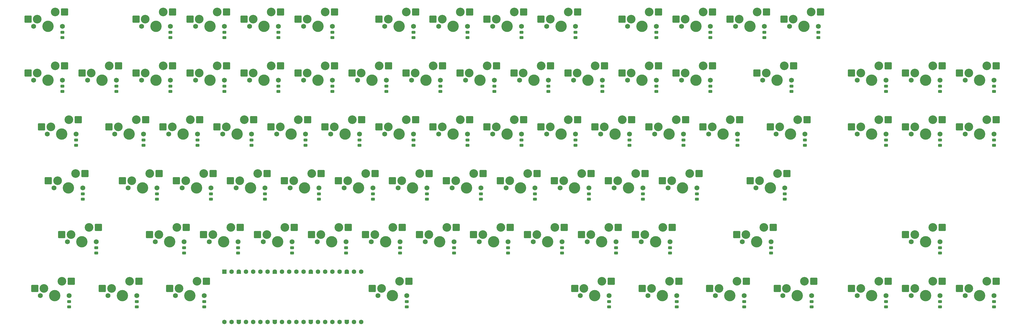
<source format=gbr>
%TF.GenerationSoftware,KiCad,Pcbnew,9.0.3*%
%TF.CreationDate,2025-07-24T22:06:14+02:00*%
%TF.ProjectId,Lucenox,4c756365-6e6f-4782-9e6b-696361645f70,rev?*%
%TF.SameCoordinates,Original*%
%TF.FileFunction,Soldermask,Bot*%
%TF.FilePolarity,Negative*%
%FSLAX46Y46*%
G04 Gerber Fmt 4.6, Leading zero omitted, Abs format (unit mm)*
G04 Created by KiCad (PCBNEW 9.0.3) date 2025-07-24 22:06:14*
%MOMM*%
%LPD*%
G01*
G04 APERTURE LIST*
G04 Aperture macros list*
%AMRoundRect*
0 Rectangle with rounded corners*
0 $1 Rounding radius*
0 $2 $3 $4 $5 $6 $7 $8 $9 X,Y pos of 4 corners*
0 Add a 4 corners polygon primitive as box body*
4,1,4,$2,$3,$4,$5,$6,$7,$8,$9,$2,$3,0*
0 Add four circle primitives for the rounded corners*
1,1,$1+$1,$2,$3*
1,1,$1+$1,$4,$5*
1,1,$1+$1,$6,$7*
1,1,$1+$1,$8,$9*
0 Add four rect primitives between the rounded corners*
20,1,$1+$1,$2,$3,$4,$5,0*
20,1,$1+$1,$4,$5,$6,$7,0*
20,1,$1+$1,$6,$7,$8,$9,0*
20,1,$1+$1,$8,$9,$2,$3,0*%
%AMFreePoly0*
4,1,37,0.603843,0.796157,0.639018,0.796157,0.711114,0.766294,0.766294,0.711114,0.796157,0.639018,0.796157,0.603843,0.800000,0.600000,0.800000,-0.600000,0.796157,-0.603843,0.796157,-0.639018,0.766294,-0.711114,0.711114,-0.766294,0.639018,-0.796157,0.603843,-0.796157,0.600000,-0.800000,0.000000,-0.800000,0.000000,-0.796148,-0.078414,-0.796148,-0.232228,-0.765552,-0.377117,-0.705537,
-0.507515,-0.618408,-0.618408,-0.507515,-0.705537,-0.377117,-0.765552,-0.232228,-0.796148,-0.078414,-0.796148,0.078414,-0.765552,0.232228,-0.705537,0.377117,-0.618408,0.507515,-0.507515,0.618408,-0.377117,0.705537,-0.232228,0.765552,-0.078414,0.796148,0.000000,0.796148,0.000000,0.800000,0.600000,0.800000,0.603843,0.796157,0.603843,0.796157,$1*%
%AMFreePoly1*
4,1,37,0.000000,0.796148,0.078414,0.796148,0.232228,0.765552,0.377117,0.705537,0.507515,0.618408,0.618408,0.507515,0.705537,0.377117,0.765552,0.232228,0.796148,0.078414,0.796148,-0.078414,0.765552,-0.232228,0.705537,-0.377117,0.618408,-0.507515,0.507515,-0.618408,0.377117,-0.705537,0.232228,-0.765552,0.078414,-0.796148,0.000000,-0.796148,0.000000,-0.800000,-0.600000,-0.800000,
-0.603843,-0.796157,-0.639018,-0.796157,-0.711114,-0.766294,-0.766294,-0.711114,-0.796157,-0.639018,-0.796157,-0.603843,-0.800000,-0.600000,-0.800000,0.600000,-0.796157,0.603843,-0.796157,0.639018,-0.766294,0.711114,-0.711114,0.766294,-0.639018,0.796157,-0.603843,0.796157,-0.600000,0.800000,0.000000,0.800000,0.000000,0.796148,0.000000,0.796148,$1*%
G04 Aperture macros list end*
%ADD10C,1.750000*%
%ADD11C,3.050000*%
%ADD12C,4.000000*%
%ADD13RoundRect,0.250000X-1.025000X-1.000000X1.025000X-1.000000X1.025000X1.000000X-1.025000X1.000000X0*%
%ADD14RoundRect,0.243750X0.456250X-0.243750X0.456250X0.243750X-0.456250X0.243750X-0.456250X-0.243750X0*%
%ADD15RoundRect,0.200000X-0.600000X0.600000X-0.600000X-0.600000X0.600000X-0.600000X0.600000X0.600000X0*%
%ADD16C,1.600000*%
%ADD17FreePoly0,270.000000*%
%ADD18FreePoly1,270.000000*%
G04 APERTURE END LIST*
D10*
%TO.C,SW_12*%
X298837500Y-47900000D03*
D11*
X300107500Y-45360000D03*
D12*
X303917500Y-47900000D03*
D11*
X306457500Y-42820000D03*
D10*
X308997500Y-47900000D03*
D13*
X296832500Y-45360000D03*
X309759500Y-42820000D03*
%TD*%
D10*
%TO.C,SW_71*%
X265500000Y-124100000D03*
D11*
X266770000Y-121560000D03*
D12*
X270580000Y-124100000D03*
D11*
X273120000Y-119020000D03*
D10*
X275660000Y-124100000D03*
D13*
X263495000Y-121560000D03*
X276422000Y-119020000D03*
%TD*%
D10*
%TO.C,SW_45*%
X341700000Y-86000000D03*
D11*
X342970000Y-83460000D03*
D12*
X346780000Y-86000000D03*
D11*
X349320000Y-80920000D03*
D10*
X351860000Y-86000000D03*
D13*
X339695000Y-83460000D03*
X352622000Y-80920000D03*
%TD*%
D10*
%TO.C,SW_37*%
X175012500Y-86000000D03*
D11*
X176282500Y-83460000D03*
D12*
X180092500Y-86000000D03*
D11*
X182632500Y-80920000D03*
D10*
X185172500Y-86000000D03*
D13*
X173007500Y-83460000D03*
X185934500Y-80920000D03*
%TD*%
D10*
%TO.C,SW_16*%
X89287500Y-66950000D03*
D11*
X90557500Y-64410000D03*
D12*
X94367500Y-66950000D03*
D11*
X96907500Y-61870000D03*
D10*
X99447500Y-66950000D03*
D13*
X87282500Y-64410000D03*
X100209500Y-61870000D03*
%TD*%
D10*
%TO.C,SW_60*%
X305981300Y-105050000D03*
D11*
X307251300Y-102510000D03*
D12*
X311061300Y-105050000D03*
D11*
X313601300Y-99970000D03*
D10*
X316141300Y-105050000D03*
D13*
X303976300Y-102510000D03*
X316903300Y-99970000D03*
%TD*%
D10*
%TO.C,SW_14*%
X51187500Y-66950000D03*
D11*
X52457500Y-64410000D03*
D12*
X56267500Y-66950000D03*
D11*
X58807500Y-61870000D03*
D10*
X61347500Y-66950000D03*
D13*
X49182500Y-64410000D03*
X62109500Y-61870000D03*
%TD*%
D10*
%TO.C,SW_72*%
X301218800Y-124100000D03*
D11*
X302488800Y-121560000D03*
D12*
X306298800Y-124100000D03*
D11*
X308838800Y-119020000D03*
D10*
X311378800Y-124100000D03*
D13*
X299213800Y-121560000D03*
X312140800Y-119020000D03*
%TD*%
D10*
%TO.C,SW_7*%
X194062500Y-47900000D03*
D11*
X195332500Y-45360000D03*
D12*
X199142500Y-47900000D03*
D11*
X201682500Y-42820000D03*
D10*
X204222500Y-47900000D03*
D13*
X192057500Y-45360000D03*
X204984500Y-42820000D03*
%TD*%
D10*
%TO.C,SW_43*%
X289312500Y-86000000D03*
D11*
X290582500Y-83460000D03*
D12*
X294392500Y-86000000D03*
D11*
X296932500Y-80920000D03*
D10*
X299472500Y-86000000D03*
D13*
X287307500Y-83460000D03*
X300234500Y-80920000D03*
%TD*%
D10*
%TO.C,SW_11*%
X279787500Y-47900000D03*
D11*
X281057500Y-45360000D03*
D12*
X284867500Y-47900000D03*
D11*
X287407500Y-42820000D03*
D10*
X289947500Y-47900000D03*
D13*
X277782500Y-45360000D03*
X290709500Y-42820000D03*
%TD*%
D10*
%TO.C,SW_24*%
X241687500Y-66950000D03*
D11*
X242957500Y-64410000D03*
D12*
X246767500Y-66950000D03*
D11*
X249307500Y-61870000D03*
D10*
X251847500Y-66950000D03*
D13*
X239682500Y-64410000D03*
X252609500Y-61870000D03*
%TD*%
D10*
%TO.C,SW_84*%
X379800000Y-143150000D03*
D11*
X381070000Y-140610000D03*
D12*
X384880000Y-143150000D03*
D11*
X387420000Y-138070000D03*
D10*
X389960000Y-143150000D03*
D13*
X377795000Y-140610000D03*
X390722000Y-138070000D03*
%TD*%
D10*
%TO.C,SW_34*%
X117862500Y-86000000D03*
D11*
X119132500Y-83460000D03*
D12*
X122942500Y-86000000D03*
D11*
X125482500Y-80920000D03*
D10*
X128022500Y-86000000D03*
D13*
X115857500Y-83460000D03*
X128784500Y-80920000D03*
%TD*%
D10*
%TO.C,SW_54*%
X179775000Y-105050000D03*
D11*
X181045000Y-102510000D03*
D12*
X184855000Y-105050000D03*
D11*
X187395000Y-99970000D03*
D10*
X189935000Y-105050000D03*
D13*
X177770000Y-102510000D03*
X190697000Y-99970000D03*
%TD*%
D10*
%TO.C,SW_49*%
X84525000Y-105050000D03*
D11*
X85795000Y-102510000D03*
D12*
X89605000Y-105050000D03*
D11*
X92145000Y-99970000D03*
D10*
X94685000Y-105050000D03*
D13*
X82520000Y-102510000D03*
X95447000Y-99970000D03*
%TD*%
D10*
%TO.C,SW_19*%
X146437500Y-66950000D03*
D11*
X147707500Y-64410000D03*
D12*
X151517500Y-66950000D03*
D11*
X154057500Y-61870000D03*
D10*
X156597500Y-66950000D03*
D13*
X144432500Y-64410000D03*
X157359500Y-61870000D03*
%TD*%
D10*
%TO.C,SW_8*%
X213112500Y-47900000D03*
D11*
X214382500Y-45360000D03*
D12*
X218192500Y-47900000D03*
D11*
X220732500Y-42820000D03*
D10*
X223272500Y-47900000D03*
D13*
X211107500Y-45360000D03*
X224034500Y-42820000D03*
%TD*%
D10*
%TO.C,SW_26*%
X279787500Y-66950000D03*
D11*
X281057500Y-64410000D03*
D12*
X284867500Y-66950000D03*
D11*
X287407500Y-61870000D03*
D10*
X289947500Y-66950000D03*
D13*
X277782500Y-64410000D03*
X290709500Y-61870000D03*
%TD*%
D10*
%TO.C,SW_13*%
X317887500Y-47900000D03*
D11*
X319157500Y-45360000D03*
D12*
X322967500Y-47900000D03*
D11*
X325507500Y-42820000D03*
D10*
X328047500Y-47900000D03*
D13*
X315882500Y-45360000D03*
X328809500Y-42820000D03*
%TD*%
D10*
%TO.C,SW_33*%
X98812500Y-86000000D03*
D11*
X100082500Y-83460000D03*
D12*
X103892500Y-86000000D03*
D11*
X106432500Y-80920000D03*
D10*
X108972500Y-86000000D03*
D13*
X96807500Y-83460000D03*
X109734500Y-80920000D03*
%TD*%
D10*
%TO.C,SW_58*%
X255975000Y-105050000D03*
D11*
X257245000Y-102510000D03*
D12*
X261055000Y-105050000D03*
D11*
X263595000Y-99970000D03*
D10*
X266135000Y-105050000D03*
D13*
X253970000Y-102510000D03*
X266897000Y-99970000D03*
%TD*%
D10*
%TO.C,SW_17*%
X108337500Y-66950000D03*
D11*
X109607500Y-64410000D03*
D12*
X113417500Y-66950000D03*
D11*
X115957500Y-61870000D03*
D10*
X118497500Y-66950000D03*
D13*
X106332500Y-64410000D03*
X119259500Y-61870000D03*
%TD*%
D10*
%TO.C,SW_9*%
X232162500Y-47900000D03*
D11*
X233432500Y-45360000D03*
D12*
X237242500Y-47900000D03*
D11*
X239782500Y-42820000D03*
D10*
X242322500Y-47900000D03*
D13*
X230157500Y-45360000D03*
X243084500Y-42820000D03*
%TD*%
D10*
%TO.C,SW_75*%
X77381300Y-143150000D03*
D11*
X78651300Y-140610000D03*
D12*
X82461300Y-143150000D03*
D11*
X85001300Y-138070000D03*
D10*
X87541300Y-143150000D03*
D13*
X75376300Y-140610000D03*
X88303300Y-138070000D03*
%TD*%
D10*
%TO.C,SW_79*%
X267881300Y-143150000D03*
D11*
X269151300Y-140610000D03*
D12*
X272961300Y-143150000D03*
D11*
X275501300Y-138070000D03*
D10*
X278041300Y-143150000D03*
D13*
X265876300Y-140610000D03*
X278803300Y-138070000D03*
%TD*%
D10*
%TO.C,SW_62*%
X94050000Y-124100000D03*
D11*
X95320000Y-121560000D03*
D12*
X99130000Y-124100000D03*
D11*
X101670000Y-119020000D03*
D10*
X104210000Y-124100000D03*
D13*
X92045000Y-121560000D03*
X104972000Y-119020000D03*
%TD*%
D10*
%TO.C,SW_82*%
X341700000Y-143150000D03*
D11*
X342970000Y-140610000D03*
D12*
X346780000Y-143150000D03*
D11*
X349320000Y-138070000D03*
D10*
X351860000Y-143150000D03*
D13*
X339695000Y-140610000D03*
X352622000Y-138070000D03*
%TD*%
D10*
%TO.C,SW_66*%
X170250000Y-124100000D03*
D11*
X171520000Y-121560000D03*
D12*
X175330000Y-124100000D03*
D11*
X177870000Y-119020000D03*
D10*
X180410000Y-124100000D03*
D13*
X168245000Y-121560000D03*
X181172000Y-119020000D03*
%TD*%
D10*
%TO.C,SW_47*%
X379800000Y-86000000D03*
D11*
X381070000Y-83460000D03*
D12*
X384880000Y-86000000D03*
D11*
X387420000Y-80920000D03*
D10*
X389960000Y-86000000D03*
D13*
X377795000Y-83460000D03*
X390722000Y-80920000D03*
%TD*%
D10*
%TO.C,SW_35*%
X136912500Y-86000000D03*
D11*
X138182500Y-83460000D03*
D12*
X141992500Y-86000000D03*
D11*
X144532500Y-80920000D03*
D10*
X147072500Y-86000000D03*
D13*
X134907500Y-83460000D03*
X147834500Y-80920000D03*
%TD*%
D10*
%TO.C,SW_55*%
X198825000Y-105050000D03*
D11*
X200095000Y-102510000D03*
D12*
X203905000Y-105050000D03*
D11*
X206445000Y-99970000D03*
D10*
X208985000Y-105050000D03*
D13*
X196820000Y-102510000D03*
X209747000Y-99970000D03*
%TD*%
D10*
%TO.C,SW_59*%
X275025000Y-105050000D03*
D11*
X276295000Y-102510000D03*
D12*
X280105000Y-105050000D03*
D11*
X282645000Y-99970000D03*
D10*
X285185000Y-105050000D03*
D13*
X273020000Y-102510000D03*
X285947000Y-99970000D03*
%TD*%
D10*
%TO.C,SW_56*%
X217875000Y-105050000D03*
D11*
X219145000Y-102510000D03*
D12*
X222955000Y-105050000D03*
D11*
X225495000Y-99970000D03*
D10*
X228035000Y-105050000D03*
D13*
X215870000Y-102510000D03*
X228797000Y-99970000D03*
%TD*%
D10*
%TO.C,SW_39*%
X213112500Y-86000000D03*
D11*
X214382500Y-83460000D03*
D12*
X218192500Y-86000000D03*
D11*
X220732500Y-80920000D03*
D10*
X223272500Y-86000000D03*
D13*
X211107500Y-83460000D03*
X224034500Y-80920000D03*
%TD*%
D10*
%TO.C,SW_28*%
X341700000Y-66950000D03*
D11*
X342970000Y-64410000D03*
D12*
X346780000Y-66950000D03*
D11*
X349320000Y-61870000D03*
D10*
X351860000Y-66950000D03*
D13*
X339695000Y-64410000D03*
X352622000Y-61870000D03*
%TD*%
D10*
%TO.C,SW_65*%
X151200000Y-124100000D03*
D11*
X152470000Y-121560000D03*
D12*
X156280000Y-124100000D03*
D11*
X158820000Y-119020000D03*
D10*
X161360000Y-124100000D03*
D13*
X149195000Y-121560000D03*
X162122000Y-119020000D03*
%TD*%
D10*
%TO.C,SW_57*%
X236925000Y-105050000D03*
D11*
X238195000Y-102510000D03*
D12*
X242005000Y-105050000D03*
D11*
X244545000Y-99970000D03*
D10*
X247085000Y-105050000D03*
D13*
X234920000Y-102510000D03*
X247847000Y-99970000D03*
%TD*%
D10*
%TO.C,SW_30*%
X379800000Y-66950000D03*
D11*
X381070000Y-64410000D03*
D12*
X384880000Y-66950000D03*
D11*
X387420000Y-61870000D03*
D10*
X389960000Y-66950000D03*
D13*
X377795000Y-64410000D03*
X390722000Y-61870000D03*
%TD*%
D10*
%TO.C,SW_36*%
X155962500Y-86000000D03*
D11*
X157232500Y-83460000D03*
D12*
X161042500Y-86000000D03*
D11*
X163582500Y-80920000D03*
D10*
X166122500Y-86000000D03*
D13*
X153957500Y-83460000D03*
X166884500Y-80920000D03*
%TD*%
D10*
%TO.C,SW_52*%
X141675000Y-105050000D03*
D11*
X142945000Y-102510000D03*
D12*
X146755000Y-105050000D03*
D11*
X149295000Y-99970000D03*
D10*
X151835000Y-105050000D03*
D13*
X139670000Y-102510000D03*
X152597000Y-99970000D03*
%TD*%
D10*
%TO.C,SW_5*%
X146437500Y-47900000D03*
D11*
X147707500Y-45360000D03*
D12*
X151517500Y-47900000D03*
D11*
X154057500Y-42820000D03*
D10*
X156597500Y-47900000D03*
D13*
X144432500Y-45360000D03*
X157359500Y-42820000D03*
%TD*%
D10*
%TO.C,SW_76*%
X101193800Y-143150000D03*
D11*
X102463800Y-140610000D03*
D12*
X106273800Y-143150000D03*
D11*
X108813800Y-138070000D03*
D10*
X111353800Y-143150000D03*
D13*
X99188800Y-140610000D03*
X112115800Y-138070000D03*
%TD*%
D10*
%TO.C,SW_63*%
X113100000Y-124100000D03*
D11*
X114370000Y-121560000D03*
D12*
X118180000Y-124100000D03*
D11*
X120720000Y-119020000D03*
D10*
X123260000Y-124100000D03*
D13*
X111095000Y-121560000D03*
X124022000Y-119020000D03*
%TD*%
D10*
%TO.C,SW_41*%
X251212500Y-86000000D03*
D11*
X252482500Y-83460000D03*
D12*
X256292500Y-86000000D03*
D11*
X258832500Y-80920000D03*
D10*
X261372500Y-86000000D03*
D13*
X249207500Y-83460000D03*
X262134500Y-80920000D03*
%TD*%
D10*
%TO.C,SW_74*%
X53568800Y-143150000D03*
D11*
X54838800Y-140610000D03*
D12*
X58648800Y-143150000D03*
D11*
X61188800Y-138070000D03*
D10*
X63728800Y-143150000D03*
D13*
X51563800Y-140610000D03*
X64490800Y-138070000D03*
%TD*%
D10*
%TO.C,SW_51*%
X122625000Y-105050000D03*
D11*
X123895000Y-102510000D03*
D12*
X127705000Y-105050000D03*
D11*
X130245000Y-99970000D03*
D10*
X132785000Y-105050000D03*
D13*
X120620000Y-102510000D03*
X133547000Y-99970000D03*
%TD*%
D10*
%TO.C,SW_2*%
X89287500Y-47900000D03*
D11*
X90557500Y-45360000D03*
D12*
X94367500Y-47900000D03*
D11*
X96907500Y-42820000D03*
D10*
X99447500Y-47900000D03*
D13*
X87282500Y-45360000D03*
X100209500Y-42820000D03*
%TD*%
D10*
%TO.C,SW_61*%
X63093800Y-124100000D03*
D11*
X64363800Y-121560000D03*
D12*
X68173800Y-124100000D03*
D11*
X70713800Y-119020000D03*
D10*
X73253800Y-124100000D03*
D13*
X61088800Y-121560000D03*
X74015800Y-119020000D03*
%TD*%
D10*
%TO.C,SW_78*%
X244068800Y-143150000D03*
D11*
X245338800Y-140610000D03*
D12*
X249148800Y-143150000D03*
D11*
X251688800Y-138070000D03*
D10*
X254228800Y-143150000D03*
D13*
X242063800Y-140610000D03*
X254990800Y-138070000D03*
%TD*%
D10*
%TO.C,SW_68*%
X208350000Y-124100000D03*
D11*
X209620000Y-121560000D03*
D12*
X213430000Y-124100000D03*
D11*
X215970000Y-119020000D03*
D10*
X218510000Y-124100000D03*
D13*
X206345000Y-121560000D03*
X219272000Y-119020000D03*
%TD*%
D10*
%TO.C,SW_53*%
X160725000Y-105050000D03*
D11*
X161995000Y-102510000D03*
D12*
X165805000Y-105050000D03*
D11*
X168345000Y-99970000D03*
D10*
X170885000Y-105050000D03*
D13*
X158720000Y-102510000D03*
X171647000Y-99970000D03*
%TD*%
D10*
%TO.C,SW_69*%
X227400000Y-124100000D03*
D11*
X228670000Y-121560000D03*
D12*
X232480000Y-124100000D03*
D11*
X235020000Y-119020000D03*
D10*
X237560000Y-124100000D03*
D13*
X225395000Y-121560000D03*
X238322000Y-119020000D03*
%TD*%
D10*
%TO.C,SW_48*%
X58331300Y-105050000D03*
D11*
X59601300Y-102510000D03*
D12*
X63411300Y-105050000D03*
D11*
X65951300Y-99970000D03*
D10*
X68491300Y-105050000D03*
D13*
X56326300Y-102510000D03*
X69253300Y-99970000D03*
%TD*%
D10*
%TO.C,SW_29*%
X360750000Y-66950000D03*
D11*
X362020000Y-64410000D03*
D12*
X365830000Y-66950000D03*
D11*
X368370000Y-61870000D03*
D10*
X370910000Y-66950000D03*
D13*
X358745000Y-64410000D03*
X371672000Y-61870000D03*
%TD*%
D10*
%TO.C,SW_50*%
X103575000Y-105050000D03*
D11*
X104845000Y-102510000D03*
D12*
X108655000Y-105050000D03*
D11*
X111195000Y-99970000D03*
D10*
X113735000Y-105050000D03*
D13*
X101570000Y-102510000D03*
X114497000Y-99970000D03*
%TD*%
D10*
%TO.C,SW_20*%
X165487500Y-66950000D03*
D11*
X166757500Y-64410000D03*
D12*
X170567500Y-66950000D03*
D11*
X173107500Y-61870000D03*
D10*
X175647500Y-66950000D03*
D13*
X163482500Y-64410000D03*
X176409500Y-61870000D03*
%TD*%
D10*
%TO.C,SW_15*%
X70237500Y-66950000D03*
D11*
X71507500Y-64410000D03*
D12*
X75317500Y-66950000D03*
D11*
X77857500Y-61870000D03*
D10*
X80397500Y-66950000D03*
D13*
X68232500Y-64410000D03*
X81159500Y-61870000D03*
%TD*%
D10*
%TO.C,SW_32*%
X79762500Y-86000000D03*
D11*
X81032500Y-83460000D03*
D12*
X84842500Y-86000000D03*
D11*
X87382500Y-80920000D03*
D10*
X89922500Y-86000000D03*
D13*
X77757500Y-83460000D03*
X90684500Y-80920000D03*
%TD*%
D10*
%TO.C,SW_1*%
X51187500Y-47900000D03*
D11*
X52457500Y-45360000D03*
D12*
X56267500Y-47900000D03*
D11*
X58807500Y-42820000D03*
D10*
X61347500Y-47900000D03*
D13*
X49182500Y-45360000D03*
X62109500Y-42820000D03*
%TD*%
D10*
%TO.C,SW_83*%
X360750000Y-143150000D03*
D11*
X362020000Y-140610000D03*
D12*
X365830000Y-143150000D03*
D11*
X368370000Y-138070000D03*
D10*
X370910000Y-143150000D03*
D13*
X358745000Y-140610000D03*
X371672000Y-138070000D03*
%TD*%
D10*
%TO.C,SW_81*%
X315506300Y-143150000D03*
D11*
X316776300Y-140610000D03*
D12*
X320586300Y-143150000D03*
D11*
X323126300Y-138070000D03*
D10*
X325666300Y-143150000D03*
D13*
X313501300Y-140610000D03*
X326428300Y-138070000D03*
%TD*%
D10*
%TO.C,SW_44*%
X313125000Y-86000000D03*
D11*
X314395000Y-83460000D03*
D12*
X318205000Y-86000000D03*
D11*
X320745000Y-80920000D03*
D10*
X323285000Y-86000000D03*
D13*
X311120000Y-83460000D03*
X324047000Y-80920000D03*
%TD*%
D10*
%TO.C,SW_23*%
X222637500Y-66950000D03*
D11*
X223907500Y-64410000D03*
D12*
X227717500Y-66950000D03*
D11*
X230257500Y-61870000D03*
D10*
X232797500Y-66950000D03*
D13*
X220632500Y-64410000D03*
X233559500Y-61870000D03*
%TD*%
D10*
%TO.C,SW_18*%
X127387500Y-66950000D03*
D11*
X128657500Y-64410000D03*
D12*
X132467500Y-66950000D03*
D11*
X135007500Y-61870000D03*
D10*
X137547500Y-66950000D03*
D13*
X125382500Y-64410000D03*
X138309500Y-61870000D03*
%TD*%
D10*
%TO.C,SW_40*%
X232162500Y-86000000D03*
D11*
X233432500Y-83460000D03*
D12*
X237242500Y-86000000D03*
D11*
X239782500Y-80920000D03*
D10*
X242322500Y-86000000D03*
D13*
X230157500Y-83460000D03*
X243084500Y-80920000D03*
%TD*%
D10*
%TO.C,SW_67*%
X189300000Y-124100000D03*
D11*
X190570000Y-121560000D03*
D12*
X194380000Y-124100000D03*
D11*
X196920000Y-119020000D03*
D10*
X199460000Y-124100000D03*
D13*
X187295000Y-121560000D03*
X200222000Y-119020000D03*
%TD*%
D10*
%TO.C,SW_3*%
X108337500Y-47900000D03*
D11*
X109607500Y-45360000D03*
D12*
X113417500Y-47900000D03*
D11*
X115957500Y-42820000D03*
D10*
X118497500Y-47900000D03*
D13*
X106332500Y-45360000D03*
X119259500Y-42820000D03*
%TD*%
D10*
%TO.C,SW_42*%
X270262500Y-86000000D03*
D11*
X271532500Y-83460000D03*
D12*
X275342500Y-86000000D03*
D11*
X277882500Y-80920000D03*
D10*
X280422500Y-86000000D03*
D13*
X268257500Y-83460000D03*
X281184500Y-80920000D03*
%TD*%
D10*
%TO.C,SW_27*%
X308362500Y-66950000D03*
D11*
X309632500Y-64410000D03*
D12*
X313442500Y-66950000D03*
D11*
X315982500Y-61870000D03*
D10*
X318522500Y-66950000D03*
D13*
X306357500Y-64410000D03*
X319284500Y-61870000D03*
%TD*%
D10*
%TO.C,SW_4*%
X127387500Y-47900000D03*
D11*
X128657500Y-45360000D03*
D12*
X132467500Y-47900000D03*
D11*
X135007500Y-42820000D03*
D10*
X137547500Y-47900000D03*
D13*
X125382500Y-45360000D03*
X138309500Y-42820000D03*
%TD*%
D10*
%TO.C,SW_64*%
X132150000Y-124100000D03*
D11*
X133420000Y-121560000D03*
D12*
X137230000Y-124100000D03*
D11*
X139770000Y-119020000D03*
D10*
X142310000Y-124100000D03*
D13*
X130145000Y-121560000D03*
X143072000Y-119020000D03*
%TD*%
D10*
%TO.C,SW_80*%
X291693800Y-143150000D03*
D11*
X292963800Y-140610000D03*
D12*
X296773800Y-143150000D03*
D11*
X299313800Y-138070000D03*
D10*
X301853800Y-143150000D03*
D13*
X289688800Y-140610000D03*
X302615800Y-138070000D03*
%TD*%
D10*
%TO.C,SW_6*%
X175012500Y-47900000D03*
D11*
X176282500Y-45360000D03*
D12*
X180092500Y-47900000D03*
D11*
X182632500Y-42820000D03*
D10*
X185172500Y-47900000D03*
D13*
X173007500Y-45360000D03*
X185934500Y-42820000D03*
%TD*%
D10*
%TO.C,SW_21*%
X184537500Y-66950000D03*
D11*
X185807500Y-64410000D03*
D12*
X189617500Y-66950000D03*
D11*
X192157500Y-61870000D03*
D10*
X194697500Y-66950000D03*
D13*
X182532500Y-64410000D03*
X195459500Y-61870000D03*
%TD*%
D10*
%TO.C,SW_77*%
X172631300Y-143150000D03*
D11*
X173901300Y-140610000D03*
D12*
X177711300Y-143150000D03*
D11*
X180251300Y-138070000D03*
D10*
X182791300Y-143150000D03*
D13*
X170626300Y-140610000D03*
X183553300Y-138070000D03*
%TD*%
D10*
%TO.C,SW_73*%
X360750000Y-124100000D03*
D11*
X362020000Y-121560000D03*
D12*
X365830000Y-124100000D03*
D11*
X368370000Y-119020000D03*
D10*
X370910000Y-124100000D03*
D13*
X358745000Y-121560000D03*
X371672000Y-119020000D03*
%TD*%
D10*
%TO.C,SW_46*%
X360750000Y-86000000D03*
D11*
X362020000Y-83460000D03*
D12*
X365830000Y-86000000D03*
D11*
X368370000Y-80920000D03*
D10*
X370910000Y-86000000D03*
D13*
X358745000Y-83460000D03*
X371672000Y-80920000D03*
%TD*%
D10*
%TO.C,SW_31*%
X55950000Y-86000000D03*
D11*
X57220000Y-83460000D03*
D12*
X61030000Y-86000000D03*
D11*
X63570000Y-80920000D03*
D10*
X66110000Y-86000000D03*
D13*
X53945000Y-83460000D03*
X66872000Y-80920000D03*
%TD*%
D10*
%TO.C,SW_38*%
X194062500Y-86000000D03*
D11*
X195332500Y-83460000D03*
D12*
X199142500Y-86000000D03*
D11*
X201682500Y-80920000D03*
D10*
X204222500Y-86000000D03*
D13*
X192057500Y-83460000D03*
X204984500Y-80920000D03*
%TD*%
D10*
%TO.C,SW_25*%
X260737500Y-66950000D03*
D11*
X262007500Y-64410000D03*
D12*
X265817500Y-66950000D03*
D11*
X268357500Y-61870000D03*
D10*
X270897500Y-66950000D03*
D13*
X258732500Y-64410000D03*
X271659500Y-61870000D03*
%TD*%
D10*
%TO.C,SW_10*%
X260737500Y-47900000D03*
D11*
X262007500Y-45360000D03*
D12*
X265817500Y-47900000D03*
D11*
X268357500Y-42820000D03*
D10*
X270897500Y-47900000D03*
D13*
X258732500Y-45360000D03*
X271659500Y-42820000D03*
%TD*%
D10*
%TO.C,SW_22*%
X203587500Y-66950000D03*
D11*
X204857500Y-64410000D03*
D12*
X208667500Y-66950000D03*
D11*
X211207500Y-61870000D03*
D10*
X213747500Y-66950000D03*
D13*
X201582500Y-64410000D03*
X214509500Y-61870000D03*
%TD*%
D10*
%TO.C,SW_70*%
X246450000Y-124100000D03*
D11*
X247720000Y-121560000D03*
D12*
X251530000Y-124100000D03*
D11*
X254070000Y-119020000D03*
D10*
X256610000Y-124100000D03*
D13*
X244445000Y-121560000D03*
X257372000Y-119020000D03*
%TD*%
D14*
%TO.C,D78*%
X254228800Y-147117500D03*
X254228800Y-145242500D03*
%TD*%
%TO.C,D36*%
X166122500Y-89967500D03*
X166122500Y-88092500D03*
%TD*%
%TO.C,D22*%
X213747500Y-70917500D03*
X213747500Y-69042500D03*
%TD*%
%TO.C,D40*%
X242322500Y-89967500D03*
X242322500Y-88092500D03*
%TD*%
%TO.C,D52*%
X151835000Y-109017500D03*
X151835000Y-107142500D03*
%TD*%
%TO.C,D26*%
X289947500Y-70917500D03*
X289947500Y-69042500D03*
%TD*%
%TO.C,D49*%
X94685000Y-109017500D03*
X94685000Y-107142500D03*
%TD*%
%TO.C,D19*%
X156597500Y-70917500D03*
X156597500Y-69042500D03*
%TD*%
%TO.C,D83*%
X370910000Y-147117500D03*
X370910000Y-145242500D03*
%TD*%
%TO.C,D5*%
X156597500Y-51867500D03*
X156597500Y-49992500D03*
%TD*%
%TO.C,D72*%
X311378800Y-128067500D03*
X311378800Y-126192500D03*
%TD*%
%TO.C,D44*%
X323285000Y-89967500D03*
X323285000Y-88092500D03*
%TD*%
%TO.C,D39*%
X223272500Y-89967500D03*
X223272500Y-88092500D03*
%TD*%
%TO.C,D6*%
X185172500Y-51867500D03*
X185172500Y-49992500D03*
%TD*%
%TO.C,D76*%
X111353800Y-147117500D03*
X111353800Y-145242500D03*
%TD*%
%TO.C,D82*%
X351860000Y-147117500D03*
X351860000Y-145242500D03*
%TD*%
%TO.C,D38*%
X204222500Y-89967500D03*
X204222500Y-88092500D03*
%TD*%
%TO.C,D74*%
X63728800Y-147117500D03*
X63728800Y-145242500D03*
%TD*%
%TO.C,D4*%
X137547500Y-51867500D03*
X137547500Y-49992500D03*
%TD*%
%TO.C,D68*%
X218510000Y-128067500D03*
X218510000Y-126192500D03*
%TD*%
%TO.C,D12*%
X308997500Y-51867500D03*
X308997500Y-49992500D03*
%TD*%
%TO.C,D48*%
X68491300Y-109017500D03*
X68491300Y-107142500D03*
%TD*%
%TO.C,D80*%
X301853800Y-147117500D03*
X301853800Y-145242500D03*
%TD*%
%TO.C,D28*%
X351860000Y-70917500D03*
X351860000Y-69042500D03*
%TD*%
D15*
%TO.C,A1*%
X118432500Y-134610000D03*
D16*
X120972500Y-134610000D03*
D17*
X123512500Y-134610000D03*
D16*
X126052500Y-134610000D03*
X128592500Y-134610000D03*
X131132500Y-134610000D03*
X133672500Y-134610000D03*
D17*
X136212500Y-134610000D03*
D16*
X138752500Y-134610000D03*
X141292500Y-134610000D03*
X143832500Y-134610000D03*
X146372500Y-134610000D03*
D17*
X148912500Y-134610000D03*
D16*
X151452500Y-134610000D03*
X153992500Y-134610000D03*
X156532500Y-134610000D03*
X159072500Y-134610000D03*
D17*
X161612500Y-134610000D03*
D16*
X164152500Y-134610000D03*
X166692500Y-134610000D03*
X166692500Y-152390000D03*
X164152500Y-152390000D03*
D18*
X161612500Y-152390000D03*
D16*
X159072500Y-152390000D03*
X156532500Y-152390000D03*
X153992500Y-152390000D03*
X151452500Y-152390000D03*
D18*
X148912500Y-152390000D03*
D16*
X146372500Y-152390000D03*
X143832500Y-152390000D03*
X141292500Y-152390000D03*
X138752500Y-152390000D03*
D18*
X136212500Y-152390000D03*
D16*
X133672500Y-152390000D03*
X131132500Y-152390000D03*
X128592500Y-152390000D03*
X126052500Y-152390000D03*
D18*
X123512500Y-152390000D03*
D16*
X120972500Y-152390000D03*
X118432500Y-152390000D03*
%TD*%
D14*
%TO.C,D59*%
X285185000Y-109017500D03*
X285185000Y-107142500D03*
%TD*%
%TO.C,D81*%
X325666300Y-147117500D03*
X325666300Y-145242500D03*
%TD*%
%TO.C,D45*%
X351860000Y-89967500D03*
X351860000Y-88092500D03*
%TD*%
%TO.C,D66*%
X180410000Y-128067500D03*
X180410000Y-126192500D03*
%TD*%
%TO.C,D58*%
X266135000Y-109017500D03*
X266135000Y-107142500D03*
%TD*%
%TO.C,D2*%
X99447500Y-51867500D03*
X99447500Y-49992500D03*
%TD*%
%TO.C,D62*%
X104210000Y-128067500D03*
X104210000Y-126192500D03*
%TD*%
%TO.C,D84*%
X389960000Y-147117500D03*
X389960000Y-145242500D03*
%TD*%
%TO.C,D23*%
X232797500Y-70917500D03*
X232797500Y-69042500D03*
%TD*%
%TO.C,D10*%
X270897500Y-51867500D03*
X270897500Y-49992500D03*
%TD*%
%TO.C,D24*%
X251847500Y-70917500D03*
X251847500Y-69042500D03*
%TD*%
%TO.C,D35*%
X147072500Y-89967500D03*
X147072500Y-88092500D03*
%TD*%
%TO.C,D56*%
X228035000Y-109017500D03*
X228035000Y-107142500D03*
%TD*%
%TO.C,D31*%
X66110000Y-89967500D03*
X66110000Y-88092500D03*
%TD*%
%TO.C,D18*%
X137547500Y-70917500D03*
X137547500Y-69042500D03*
%TD*%
%TO.C,D8*%
X223272500Y-51867500D03*
X223272500Y-49992500D03*
%TD*%
%TO.C,D65*%
X161360000Y-128067500D03*
X161360000Y-126192500D03*
%TD*%
%TO.C,D64*%
X142310000Y-128067500D03*
X142310000Y-126192500D03*
%TD*%
%TO.C,D1*%
X61347500Y-51867500D03*
X61347500Y-49992500D03*
%TD*%
%TO.C,D73*%
X370910000Y-128067500D03*
X370910000Y-126192500D03*
%TD*%
%TO.C,D46*%
X370910000Y-89967500D03*
X370910000Y-88092500D03*
%TD*%
%TO.C,D30*%
X389960000Y-70917500D03*
X389960000Y-69042500D03*
%TD*%
%TO.C,D67*%
X199460000Y-128067500D03*
X199460000Y-126192500D03*
%TD*%
%TO.C,D20*%
X175647500Y-70917500D03*
X175647500Y-69042500D03*
%TD*%
%TO.C,D77*%
X182791300Y-147117500D03*
X182791300Y-145242500D03*
%TD*%
%TO.C,D63*%
X123260000Y-128067500D03*
X123260000Y-126192500D03*
%TD*%
%TO.C,D16*%
X99447500Y-70917500D03*
X99447500Y-69042500D03*
%TD*%
%TO.C,D69*%
X237560000Y-128067500D03*
X237560000Y-126192500D03*
%TD*%
%TO.C,D21*%
X194697500Y-70917500D03*
X194697500Y-69042500D03*
%TD*%
%TO.C,D3*%
X118497500Y-51867500D03*
X118497500Y-49992500D03*
%TD*%
%TO.C,D60*%
X316141300Y-109017500D03*
X316141300Y-107142500D03*
%TD*%
%TO.C,D70*%
X256610000Y-128067500D03*
X256610000Y-126192500D03*
%TD*%
%TO.C,D79*%
X278041300Y-147117500D03*
X278041300Y-145242500D03*
%TD*%
%TO.C,D61*%
X73253800Y-128067500D03*
X73253800Y-126192500D03*
%TD*%
%TO.C,D27*%
X318522500Y-70917500D03*
X318522500Y-69042500D03*
%TD*%
%TO.C,D55*%
X208985000Y-109017500D03*
X208985000Y-107142500D03*
%TD*%
%TO.C,D15*%
X80397500Y-70917500D03*
X80397500Y-69042500D03*
%TD*%
%TO.C,D75*%
X87541300Y-147117500D03*
X87541300Y-145242500D03*
%TD*%
%TO.C,D11*%
X289947500Y-51867500D03*
X289947500Y-49992500D03*
%TD*%
%TO.C,D71*%
X275660000Y-128067500D03*
X275660000Y-126192500D03*
%TD*%
%TO.C,D34*%
X128022500Y-89967500D03*
X128022500Y-88092500D03*
%TD*%
%TO.C,D47*%
X389960000Y-89967500D03*
X389960000Y-88092500D03*
%TD*%
%TO.C,D41*%
X261372500Y-89967500D03*
X261372500Y-88092500D03*
%TD*%
%TO.C,D17*%
X118497500Y-70917500D03*
X118497500Y-69042500D03*
%TD*%
%TO.C,D37*%
X185172500Y-89967500D03*
X185172500Y-88092500D03*
%TD*%
%TO.C,D43*%
X299472500Y-89967500D03*
X299472500Y-88092500D03*
%TD*%
%TO.C,D13*%
X328047500Y-51867500D03*
X328047500Y-49992500D03*
%TD*%
%TO.C,D29*%
X370910000Y-70917500D03*
X370910000Y-69042500D03*
%TD*%
%TO.C,D14*%
X61347500Y-70917500D03*
X61347500Y-69042500D03*
%TD*%
%TO.C,D42*%
X280422500Y-89967500D03*
X280422500Y-88092500D03*
%TD*%
%TO.C,D32*%
X89922500Y-89967500D03*
X89922500Y-88092500D03*
%TD*%
%TO.C,D25*%
X270897500Y-70917500D03*
X270897500Y-69042500D03*
%TD*%
%TO.C,D53*%
X170885000Y-109017500D03*
X170885000Y-107142500D03*
%TD*%
%TO.C,D7*%
X204222500Y-51867500D03*
X204222500Y-49992500D03*
%TD*%
%TO.C,D33*%
X108972500Y-89967500D03*
X108972500Y-88092500D03*
%TD*%
%TO.C,D50*%
X113735000Y-109017500D03*
X113735000Y-107142500D03*
%TD*%
%TO.C,D9*%
X242322500Y-51867500D03*
X242322500Y-49992500D03*
%TD*%
%TO.C,D51*%
X132785000Y-109017500D03*
X132785000Y-107142500D03*
%TD*%
%TO.C,D57*%
X247085000Y-109017500D03*
X247085000Y-107142500D03*
%TD*%
%TO.C,D54*%
X189935000Y-109017500D03*
X189935000Y-107142500D03*
%TD*%
M02*

</source>
